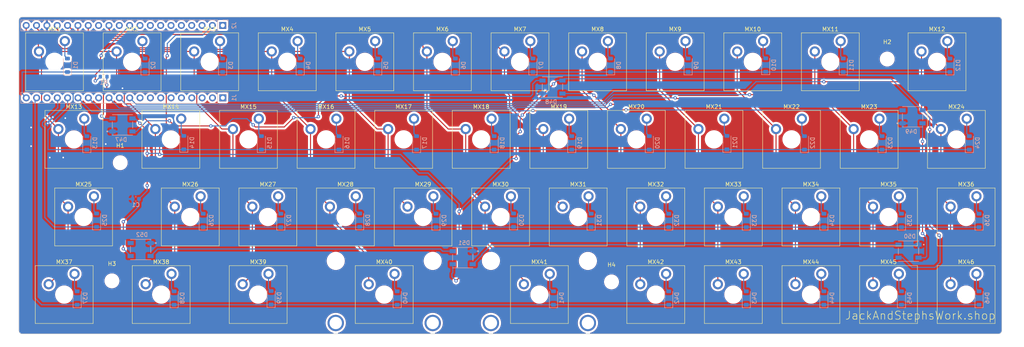
<source format=kicad_pcb>
(kicad_pcb (version 20221018) (generator pcbnew)

  (general
    (thickness 1.6)
  )

  (paper "USLetter")
  (title_block
    (title "Haunted Keyboard")
    (date "2023-10-19")
    (rev "v1")
    (company "Jack And Steph's Workshop")
  )

  (layers
    (0 "F.Cu" signal)
    (31 "B.Cu" signal)
    (32 "B.Adhes" user "B.Adhesive")
    (33 "F.Adhes" user "F.Adhesive")
    (34 "B.Paste" user)
    (35 "F.Paste" user)
    (36 "B.SilkS" user "B.Silkscreen")
    (37 "F.SilkS" user "F.Silkscreen")
    (38 "B.Mask" user)
    (39 "F.Mask" user)
    (40 "Dwgs.User" user "User.Drawings")
    (41 "Cmts.User" user "User.Comments")
    (42 "Eco1.User" user "User.Eco1")
    (43 "Eco2.User" user "User.Eco2")
    (44 "Edge.Cuts" user)
    (45 "Margin" user)
    (46 "B.CrtYd" user "B.Courtyard")
    (47 "F.CrtYd" user "F.Courtyard")
    (48 "B.Fab" user)
    (49 "F.Fab" user)
    (50 "User.1" user)
    (51 "User.2" user)
    (52 "User.3" user)
    (53 "User.4" user)
    (54 "User.5" user)
    (55 "User.6" user)
    (56 "User.7" user)
    (57 "User.8" user)
    (58 "User.9" user)
  )

  (setup
    (pad_to_mask_clearance 0)
    (pcbplotparams
      (layerselection 0x00010fc_ffffffff)
      (plot_on_all_layers_selection 0x0000000_00000000)
      (disableapertmacros false)
      (usegerberextensions false)
      (usegerberattributes true)
      (usegerberadvancedattributes true)
      (creategerberjobfile true)
      (dashed_line_dash_ratio 12.000000)
      (dashed_line_gap_ratio 3.000000)
      (svgprecision 4)
      (plotframeref false)
      (viasonmask false)
      (mode 1)
      (useauxorigin false)
      (hpglpennumber 1)
      (hpglpenspeed 20)
      (hpglpendiameter 15.000000)
      (dxfpolygonmode true)
      (dxfimperialunits true)
      (dxfusepcbnewfont true)
      (psnegative false)
      (psa4output false)
      (plotreference true)
      (plotvalue true)
      (plotinvisibletext false)
      (sketchpadsonfab false)
      (subtractmaskfromsilk false)
      (outputformat 1)
      (mirror false)
      (drillshape 0)
      (scaleselection 1)
      (outputdirectory "gerbers/")
    )
  )

  (net 0 "")
  (net 1 "Net-(D1-A)")
  (net 2 "Net-(D2-A)")
  (net 3 "Net-(D3-A)")
  (net 4 "Net-(D4-A)")
  (net 5 "Net-(D5-A)")
  (net 6 "Net-(D6-A)")
  (net 7 "Net-(D7-A)")
  (net 8 "Net-(D8-A)")
  (net 9 "Net-(D9-A)")
  (net 10 "Net-(D10-A)")
  (net 11 "Net-(D11-A)")
  (net 12 "Net-(D12-A)")
  (net 13 "Net-(D13-A)")
  (net 14 "Net-(D14-A)")
  (net 15 "Net-(D15-A)")
  (net 16 "Net-(D16-A)")
  (net 17 "Net-(D17-A)")
  (net 18 "Net-(D18-A)")
  (net 19 "Net-(D19-A)")
  (net 20 "Net-(D20-A)")
  (net 21 "Net-(D21-A)")
  (net 22 "Net-(D22-A)")
  (net 23 "Net-(D23-A)")
  (net 24 "Net-(D24-A)")
  (net 25 "Net-(D25-A)")
  (net 26 "Net-(D26-A)")
  (net 27 "Net-(D27-A)")
  (net 28 "Net-(D28-A)")
  (net 29 "Net-(D29-A)")
  (net 30 "Net-(D30-A)")
  (net 31 "Net-(D31-A)")
  (net 32 "Net-(D32-A)")
  (net 33 "Net-(D33-A)")
  (net 34 "Net-(D34-A)")
  (net 35 "Net-(D35-A)")
  (net 36 "Net-(D36-A)")
  (net 37 "Net-(D37-A)")
  (net 38 "Net-(D38-A)")
  (net 39 "Net-(D39-A)")
  (net 40 "Net-(D40-A)")
  (net 41 "Net-(D41-A)")
  (net 42 "Net-(D42-A)")
  (net 43 "Net-(D43-A)")
  (net 44 "Net-(D44-A)")
  (net 45 "Net-(D45-A)")
  (net 46 "Net-(D46-A)")
  (net 47 "unconnected-(J1-Pin_4-Pad4)")
  (net 48 "unconnected-(J1-Pin_5-Pad5)")
  (net 49 "unconnected-(J1-Pin_6-Pad6)")
  (net 50 "unconnected-(J1-Pin_7-Pad7)")
  (net 51 "unconnected-(J1-Pin_8-Pad8)")
  (net 52 "unconnected-(J2-Pin_3-Pad3)")
  (net 53 "unconnected-(J2-Pin_4-Pad4)")
  (net 54 "unconnected-(J2-Pin_5-Pad5)")
  (net 55 "unconnected-(J2-Pin_7-Pad7)")
  (net 56 "unconnected-(J2-Pin_8-Pad8)")
  (net 57 "unconnected-(J2-Pin_11-Pad11)")
  (net 58 "unconnected-(J2-Pin_13-Pad13)")
  (net 59 "ROW0")
  (net 60 "ROW1")
  (net 61 "ROW2")
  (net 62 "ROW3")
  (net 63 "COL0")
  (net 64 "COL1")
  (net 65 "COL2")
  (net 66 "COL3")
  (net 67 "COL4")
  (net 68 "COL5")
  (net 69 "COL6")
  (net 70 "COL7")
  (net 71 "COL8")
  (net 72 "COL9")
  (net 73 "COL10")
  (net 74 "COL11")
  (net 75 "unconnected-(J1-Pin_18-Pad18)")
  (net 76 "unconnected-(J1-Pin_1-Pad1)")
  (net 77 "unconnected-(J1-Pin_2-Pad2)")
  (net 78 "unconnected-(J1-Pin_3-Pad3)")
  (net 79 "unconnected-(J1-Pin_13-Pad13)")
  (net 80 "unconnected-(D52-DOUT-Pad4)")
  (net 81 "Net-(D47-DOUT)")
  (net 82 "VDD")
  (net 83 "Net-(D48-DOUT)")
  (net 84 "Net-(D49-DOUT)")
  (net 85 "Net-(D50-DOUT)")
  (net 86 "Net-(D51-DOUT)")
  (net 87 "VSS")
  (net 88 "DIN")
  (net 89 "unconnected-(J2-Pin_6-Pad6)")
  (net 90 "unconnected-(J2-Pin_9-Pad9)")
  (net 91 "unconnected-(J1-Pin_9-Pad9)")
  (net 92 "Net-(D47-DIN)")
  (net 93 "unconnected-(J2-Pin_1-Pad1)")

  (footprint "kiswitch:SW_Cherry_MX_Plate_1.00u" (layer "F.Cu") (at 98.96625 87.74725))

  (footprint "kiswitch:SW_Cherry_MX_Plate_1.00u" (layer "F.Cu") (at 213.26625 87.74725))

  (footprint "kiswitch:SW_Cherry_MX_Plate_1.00u" (layer "F.Cu") (at 198.97875 49.64725))

  (footprint "kiswitch:SW_Cherry_MX_Plate_1.25u" (layer "F.Cu") (at 53.7225 106.79725))

  (footprint "PCM_marbastlib-mx:STAB_MX_P_2u" (layer "F.Cu") (at 146.59125 106.79725 180))

  (footprint "kiswitch:SW_Cherry_MX_Plate_1.00u" (layer "F.Cu") (at 122.77875 49.64725))

  (footprint "kiswitch:SW_Cherry_MX_Plate_1.00u" (layer "F.Cu") (at 151.35375 68.69725))

  (footprint "kiswitch:SW_Cherry_MX_Plate_1.00u" (layer "F.Cu") (at 46.57875 49.64725))

  (footprint "kiswitch:SW_Cherry_MX_Plate_1.00u" (layer "F.Cu") (at 108.49125 106.79725))

  (footprint "MountingHole:MountingHole_3.2mm_M3" (layer "F.Cu") (at 43.6675 74.42525))

  (footprint "kiswitch:SW_Cherry_MX_Plate_1.00u" (layer "F.Cu") (at 170.40375 68.69725))

  (footprint "kiswitch:SW_Cherry_MX_Plate_1.25u" (layer "F.Cu") (at 248.985 68.69725))

  (footprint "kiswitch:SW_Cherry_MX_Plate_1.25u" (layer "F.Cu") (at 77.535 106.79725))

  (footprint "kiswitch:SW_Cherry_MX_Plate_1.00u" (layer "F.Cu") (at 118.01625 87.74725))

  (footprint "kiswitch:SW_Cherry_MX_Plate_1.00u" (layer "F.Cu") (at 189.45375 68.69725))

  (footprint "kiswitch:SW_Cherry_MX_Plate_1.00u" (layer "F.Cu") (at 156.11625 87.74725))

  (footprint "kiswitch:SW_Cherry_MX_Plate_1.00u" (layer "F.Cu") (at 227.55375 68.69725))

  (footprint "kiswitch:SW_Cherry_MX_Plate_1.00u" (layer "F.Cu") (at 60.86625 87.74725))

  (footprint "kiswitch:SW_Cherry_MX_Plate_1.00u" (layer "F.Cu") (at 27.52875 49.64725))

  (footprint "kiswitch:SW_Cherry_MX_Plate_1.00u" (layer "F.Cu") (at 232.31625 106.79725))

  (footprint "kiswitch:SW_Cherry_MX_Plate_1.00u" (layer "F.Cu") (at 251.36625 87.74725))

  (footprint "kiswitch:SW_Cherry_MX_Plate_1.00u" (layer "F.Cu") (at 94.20375 68.69725))

  (footprint "kiswitch:SW_Cherry_MX_Plate_1.00u" (layer "F.Cu") (at 103.72875 49.64725))

  (footprint "kiswitch:SW_Cherry_MX_Plate_1.00u" (layer "F.Cu") (at 113.25375 68.69725))

  (footprint "kiswitch:SW_Cherry_MX_Plate_1.00u" (layer "F.Cu") (at 194.21625 106.79725))

  (footprint "kiswitch:SW_Cherry_MX_Plate_1.00u" (layer "F.Cu") (at 56.10375 68.69725))

  (footprint "kiswitch:SW_Cherry_MX_Plate_1.25u" (layer "F.Cu") (at 29.91 106.79725))

  (footprint "kiswitch:SW_Cherry_MX_Plate_1.00u" (layer "F.Cu") (at 137.06625 87.74725))

  (footprint "kiswitch:SW_Cherry_MX_Plate_1.00u" (layer "F.Cu") (at 141.82875 49.64725))

  (footprint "PCM_marbastlib-mx:STAB_MX_P_2u" (layer "F.Cu") (at 108.49125 106.79725 180))

  (footprint "kiswitch:SW_Cherry_MX_Plate_1.00u" (layer "F.Cu") (at 218.02875 49.64725))

  (footprint "kiswitch:SW_Cherry_MX_Plate_1.00u" (layer "F.Cu") (at 132.30375 68.69725))

  (footprint "MountingHole:MountingHole_3.2mm_M3" (layer "F.Cu") (at 41.6315 103.43825))

  (footprint "kiswitch:SW_Cherry_MX_Plate_1.00u" (layer "F.Cu") (at 179.92875 49.64725))

  (footprint "kiswitch:SW_Cherry_MX_Plate_1.00u" (layer "F.Cu") (at 175.16625 106.79725))

  (footprint "kiswitch:SW_Cherry_MX_Plate_1.00u" (layer "F.Cu") (at 251.36625 106.79725))

  (footprint "kiswitch:SW_Cherry_MX_Plate_1.00u" (layer "F.Cu") (at 146.59125 106.79725))

  (footprint "kiswitch:SW_Cherry_MX_Plate_1.75u" (layer "F.Cu") (at 244.2225 49.64725))

  (footprint "kiswitch:SW_Cherry_MX_Plate_1.00u" (layer "F.Cu") (at 160.87875 49.64725))

  (footprint "kiswitch:SW_Cherry_MX_Plate_1.00u" (layer "F.Cu") (at 65.62875 49.64725))

  (footprint "MountingHole:MountingHole_3.2mm_M3" (layer "F.Cu") (at 164.3005 103.69275))

  (footprint "kiswitch:SW_Cherry_MX_Plate_1.00u" (layer "F.Cu")
    (tstamp cc8c5a73-cb36-4819-bd71-1878cafaf911)
    (at 79.91625 87.74725)
    (descr "Cherry MX keyswitch Plate Mount Keycap 1.00u")
    (tags "Cherry MX Keyboard Keyswitch Switch Plate Cutout Keycap 1.00u")
    (property "Sheetfile" "demokeyboard.kicad_sch")
    (property "Sheetname" "")
    (property "ki_description" "Push button switch, normally open, two pins, 45° tilted")
    (property "ki_keywords" "switch normally-open pushbutton push-button")
    (path "/4e26cdd0-4e7f-4a6a-ae60-13bbb409e86f")
    (attr through_hole)
    (fp_text reference "MX27" (at 0 -8) (layer "F.SilkS")
        (effects (font (size 1 1) (thickness 0.15)))
      (tstamp ff6e4866-e3c1-455e-81c5-7179421bfcfa)
    )
    (fp_text value "MX_SW_solder" (at 0 8) (layer "F.Fab")
        (effects (font (size 1 1) (thickne
... [1545058 chars truncated]
</source>
